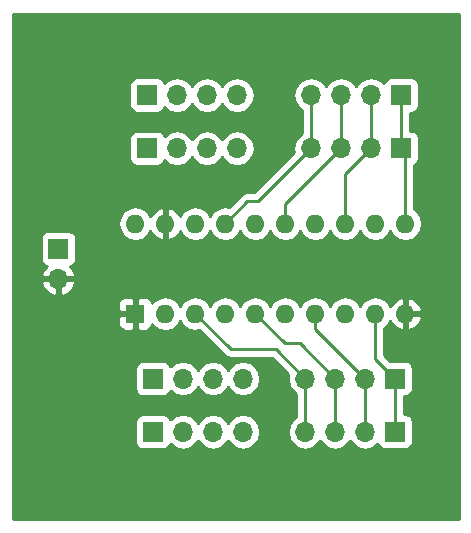
<source format=gbr>
G04 #@! TF.FileFunction,Copper,L2,Bot,Signal*
%FSLAX46Y46*%
G04 Gerber Fmt 4.6, Leading zero omitted, Abs format (unit mm)*
G04 Created by KiCad (PCBNEW 4.0.5) date Saturday, June 17, 2017 'PMt' 05:29:07 PM*
%MOMM*%
%LPD*%
G01*
G04 APERTURE LIST*
%ADD10C,0.100000*%
%ADD11R,1.600000X1.600000*%
%ADD12O,1.600000X1.600000*%
%ADD13R,1.700000X1.700000*%
%ADD14O,1.700000X1.700000*%
%ADD15C,0.254000*%
G04 APERTURE END LIST*
D10*
D11*
X110500000Y-103500000D03*
D12*
X133360000Y-95880000D03*
X113040000Y-103500000D03*
X130820000Y-95880000D03*
X115580000Y-103500000D03*
X128280000Y-95880000D03*
X118120000Y-103500000D03*
X125740000Y-95880000D03*
X120660000Y-103500000D03*
X123200000Y-95880000D03*
X123200000Y-103500000D03*
X120660000Y-95880000D03*
X125740000Y-103500000D03*
X118120000Y-95880000D03*
X128280000Y-103500000D03*
X115580000Y-95880000D03*
X130820000Y-103500000D03*
X113040000Y-95880000D03*
X133360000Y-103500000D03*
X110500000Y-95880000D03*
D13*
X104000000Y-98000000D03*
D14*
X104000000Y-100540000D03*
D13*
X111500000Y-89500000D03*
D14*
X114040000Y-89500000D03*
X116580000Y-89500000D03*
X119120000Y-89500000D03*
D13*
X132500000Y-109000000D03*
D14*
X129960000Y-109000000D03*
X127420000Y-109000000D03*
X124880000Y-109000000D03*
D13*
X111500000Y-85000000D03*
D14*
X114040000Y-85000000D03*
X116580000Y-85000000D03*
X119120000Y-85000000D03*
D13*
X132500000Y-113500000D03*
D14*
X129960000Y-113500000D03*
X127420000Y-113500000D03*
X124880000Y-113500000D03*
D13*
X112000000Y-109000000D03*
D14*
X114540000Y-109000000D03*
X117080000Y-109000000D03*
X119620000Y-109000000D03*
D13*
X133000000Y-89500000D03*
D14*
X130460000Y-89500000D03*
X127920000Y-89500000D03*
X125380000Y-89500000D03*
D13*
X112000000Y-113500000D03*
D14*
X114540000Y-113500000D03*
X117080000Y-113500000D03*
X119620000Y-113500000D03*
D13*
X133000000Y-85000000D03*
D14*
X130460000Y-85000000D03*
X127920000Y-85000000D03*
X125380000Y-85000000D03*
D15*
X133000000Y-85000000D02*
X133000000Y-89500000D01*
X133000000Y-89500000D02*
X133360000Y-89860000D01*
X133360000Y-89860000D02*
X133360000Y-95880000D01*
X130460000Y-85000000D02*
X130460000Y-89500000D01*
X130460000Y-89500000D02*
X128280000Y-91680000D01*
X128280000Y-91680000D02*
X128280000Y-95880000D01*
X127920000Y-85000000D02*
X127920000Y-89500000D01*
X127920000Y-89500000D02*
X123200000Y-94220000D01*
X123200000Y-94220000D02*
X123200000Y-95880000D01*
X125380000Y-85000000D02*
X125380000Y-89500000D01*
X125380000Y-89500000D02*
X120880000Y-94000000D01*
X120880000Y-94000000D02*
X120000000Y-94000000D01*
X120000000Y-94000000D02*
X118120000Y-95880000D01*
X132500000Y-113500000D02*
X132500000Y-109000000D01*
X132500000Y-109000000D02*
X130820000Y-107320000D01*
X130820000Y-107320000D02*
X130820000Y-103500000D01*
X129960000Y-113500000D02*
X129960000Y-109000000D01*
X129960000Y-109000000D02*
X125740000Y-104780000D01*
X125740000Y-104780000D02*
X125740000Y-103500000D01*
X127420000Y-113500000D02*
X127420000Y-109000000D01*
X127420000Y-109000000D02*
X124420000Y-106000000D01*
X124420000Y-106000000D02*
X123160000Y-106000000D01*
X123160000Y-106000000D02*
X120660000Y-103500000D01*
X124880000Y-113500000D02*
X124880000Y-109000000D01*
X124880000Y-109000000D02*
X122380000Y-106500000D01*
X122380000Y-106500000D02*
X118580000Y-106500000D01*
X118580000Y-106500000D02*
X115580000Y-103500000D01*
G36*
X137873000Y-120873000D02*
X100127000Y-120873000D01*
X100127000Y-112650000D01*
X110502560Y-112650000D01*
X110502560Y-114350000D01*
X110546838Y-114585317D01*
X110685910Y-114801441D01*
X110898110Y-114946431D01*
X111150000Y-114997440D01*
X112850000Y-114997440D01*
X113085317Y-114953162D01*
X113301441Y-114814090D01*
X113446431Y-114601890D01*
X113460086Y-114534459D01*
X113489946Y-114579147D01*
X113971715Y-114901054D01*
X114540000Y-115014093D01*
X115108285Y-114901054D01*
X115590054Y-114579147D01*
X115810000Y-114249974D01*
X116029946Y-114579147D01*
X116511715Y-114901054D01*
X117080000Y-115014093D01*
X117648285Y-114901054D01*
X118130054Y-114579147D01*
X118350000Y-114249974D01*
X118569946Y-114579147D01*
X119051715Y-114901054D01*
X119620000Y-115014093D01*
X120188285Y-114901054D01*
X120670054Y-114579147D01*
X120991961Y-114097378D01*
X121105000Y-113529093D01*
X121105000Y-113470907D01*
X120991961Y-112902622D01*
X120670054Y-112420853D01*
X120188285Y-112098946D01*
X119620000Y-111985907D01*
X119051715Y-112098946D01*
X118569946Y-112420853D01*
X118350000Y-112750026D01*
X118130054Y-112420853D01*
X117648285Y-112098946D01*
X117080000Y-111985907D01*
X116511715Y-112098946D01*
X116029946Y-112420853D01*
X115810000Y-112750026D01*
X115590054Y-112420853D01*
X115108285Y-112098946D01*
X114540000Y-111985907D01*
X113971715Y-112098946D01*
X113489946Y-112420853D01*
X113462150Y-112462452D01*
X113453162Y-112414683D01*
X113314090Y-112198559D01*
X113101890Y-112053569D01*
X112850000Y-112002560D01*
X111150000Y-112002560D01*
X110914683Y-112046838D01*
X110698559Y-112185910D01*
X110553569Y-112398110D01*
X110502560Y-112650000D01*
X100127000Y-112650000D01*
X100127000Y-108150000D01*
X110502560Y-108150000D01*
X110502560Y-109850000D01*
X110546838Y-110085317D01*
X110685910Y-110301441D01*
X110898110Y-110446431D01*
X111150000Y-110497440D01*
X112850000Y-110497440D01*
X113085317Y-110453162D01*
X113301441Y-110314090D01*
X113446431Y-110101890D01*
X113460086Y-110034459D01*
X113489946Y-110079147D01*
X113971715Y-110401054D01*
X114540000Y-110514093D01*
X115108285Y-110401054D01*
X115590054Y-110079147D01*
X115810000Y-109749974D01*
X116029946Y-110079147D01*
X116511715Y-110401054D01*
X117080000Y-110514093D01*
X117648285Y-110401054D01*
X118130054Y-110079147D01*
X118350000Y-109749974D01*
X118569946Y-110079147D01*
X119051715Y-110401054D01*
X119620000Y-110514093D01*
X120188285Y-110401054D01*
X120670054Y-110079147D01*
X120991961Y-109597378D01*
X121105000Y-109029093D01*
X121105000Y-108970907D01*
X120991961Y-108402622D01*
X120670054Y-107920853D01*
X120188285Y-107598946D01*
X119620000Y-107485907D01*
X119051715Y-107598946D01*
X118569946Y-107920853D01*
X118350000Y-108250026D01*
X118130054Y-107920853D01*
X117648285Y-107598946D01*
X117080000Y-107485907D01*
X116511715Y-107598946D01*
X116029946Y-107920853D01*
X115810000Y-108250026D01*
X115590054Y-107920853D01*
X115108285Y-107598946D01*
X114540000Y-107485907D01*
X113971715Y-107598946D01*
X113489946Y-107920853D01*
X113462150Y-107962452D01*
X113453162Y-107914683D01*
X113314090Y-107698559D01*
X113101890Y-107553569D01*
X112850000Y-107502560D01*
X111150000Y-107502560D01*
X110914683Y-107546838D01*
X110698559Y-107685910D01*
X110553569Y-107898110D01*
X110502560Y-108150000D01*
X100127000Y-108150000D01*
X100127000Y-103785750D01*
X109065000Y-103785750D01*
X109065000Y-104426309D01*
X109161673Y-104659698D01*
X109340301Y-104838327D01*
X109573690Y-104935000D01*
X110214250Y-104935000D01*
X110373000Y-104776250D01*
X110373000Y-103627000D01*
X109223750Y-103627000D01*
X109065000Y-103785750D01*
X100127000Y-103785750D01*
X100127000Y-102573691D01*
X109065000Y-102573691D01*
X109065000Y-103214250D01*
X109223750Y-103373000D01*
X110373000Y-103373000D01*
X110373000Y-102223750D01*
X110627000Y-102223750D01*
X110627000Y-103373000D01*
X110647000Y-103373000D01*
X110647000Y-103627000D01*
X110627000Y-103627000D01*
X110627000Y-104776250D01*
X110785750Y-104935000D01*
X111426310Y-104935000D01*
X111659699Y-104838327D01*
X111838327Y-104659698D01*
X111935000Y-104426309D01*
X111935000Y-104407665D01*
X112025302Y-104542811D01*
X112490849Y-104853880D01*
X113040000Y-104963113D01*
X113589151Y-104853880D01*
X114054698Y-104542811D01*
X114310000Y-104160725D01*
X114565302Y-104542811D01*
X115030849Y-104853880D01*
X115580000Y-104963113D01*
X115901527Y-104899157D01*
X118041185Y-107038816D01*
X118189377Y-107137834D01*
X118288395Y-107203996D01*
X118580000Y-107262000D01*
X122064370Y-107262000D01*
X123457760Y-108655390D01*
X123395000Y-108970907D01*
X123395000Y-109029093D01*
X123508039Y-109597378D01*
X123829946Y-110079147D01*
X124118000Y-110271618D01*
X124118000Y-112228382D01*
X123829946Y-112420853D01*
X123508039Y-112902622D01*
X123395000Y-113470907D01*
X123395000Y-113529093D01*
X123508039Y-114097378D01*
X123829946Y-114579147D01*
X124311715Y-114901054D01*
X124880000Y-115014093D01*
X125448285Y-114901054D01*
X125930054Y-114579147D01*
X126150000Y-114249974D01*
X126369946Y-114579147D01*
X126851715Y-114901054D01*
X127420000Y-115014093D01*
X127988285Y-114901054D01*
X128470054Y-114579147D01*
X128690000Y-114249974D01*
X128909946Y-114579147D01*
X129391715Y-114901054D01*
X129960000Y-115014093D01*
X130528285Y-114901054D01*
X131010054Y-114579147D01*
X131037850Y-114537548D01*
X131046838Y-114585317D01*
X131185910Y-114801441D01*
X131398110Y-114946431D01*
X131650000Y-114997440D01*
X133350000Y-114997440D01*
X133585317Y-114953162D01*
X133801441Y-114814090D01*
X133946431Y-114601890D01*
X133997440Y-114350000D01*
X133997440Y-112650000D01*
X133953162Y-112414683D01*
X133814090Y-112198559D01*
X133601890Y-112053569D01*
X133350000Y-112002560D01*
X133262000Y-112002560D01*
X133262000Y-110497440D01*
X133350000Y-110497440D01*
X133585317Y-110453162D01*
X133801441Y-110314090D01*
X133946431Y-110101890D01*
X133997440Y-109850000D01*
X133997440Y-108150000D01*
X133953162Y-107914683D01*
X133814090Y-107698559D01*
X133601890Y-107553569D01*
X133350000Y-107502560D01*
X132080190Y-107502560D01*
X131582000Y-107004370D01*
X131582000Y-104711659D01*
X131834698Y-104542811D01*
X132104986Y-104138297D01*
X132207611Y-104355134D01*
X132622577Y-104731041D01*
X133010961Y-104891904D01*
X133233000Y-104769915D01*
X133233000Y-103627000D01*
X133487000Y-103627000D01*
X133487000Y-104769915D01*
X133709039Y-104891904D01*
X134097423Y-104731041D01*
X134512389Y-104355134D01*
X134751914Y-103849041D01*
X134630629Y-103627000D01*
X133487000Y-103627000D01*
X133233000Y-103627000D01*
X133213000Y-103627000D01*
X133213000Y-103373000D01*
X133233000Y-103373000D01*
X133233000Y-102230085D01*
X133487000Y-102230085D01*
X133487000Y-103373000D01*
X134630629Y-103373000D01*
X134751914Y-103150959D01*
X134512389Y-102644866D01*
X134097423Y-102268959D01*
X133709039Y-102108096D01*
X133487000Y-102230085D01*
X133233000Y-102230085D01*
X133010961Y-102108096D01*
X132622577Y-102268959D01*
X132207611Y-102644866D01*
X132104986Y-102861703D01*
X131834698Y-102457189D01*
X131369151Y-102146120D01*
X130820000Y-102036887D01*
X130270849Y-102146120D01*
X129805302Y-102457189D01*
X129550000Y-102839275D01*
X129294698Y-102457189D01*
X128829151Y-102146120D01*
X128280000Y-102036887D01*
X127730849Y-102146120D01*
X127265302Y-102457189D01*
X127010000Y-102839275D01*
X126754698Y-102457189D01*
X126289151Y-102146120D01*
X125740000Y-102036887D01*
X125190849Y-102146120D01*
X124725302Y-102457189D01*
X124470000Y-102839275D01*
X124214698Y-102457189D01*
X123749151Y-102146120D01*
X123200000Y-102036887D01*
X122650849Y-102146120D01*
X122185302Y-102457189D01*
X121930000Y-102839275D01*
X121674698Y-102457189D01*
X121209151Y-102146120D01*
X120660000Y-102036887D01*
X120110849Y-102146120D01*
X119645302Y-102457189D01*
X119390000Y-102839275D01*
X119134698Y-102457189D01*
X118669151Y-102146120D01*
X118120000Y-102036887D01*
X117570849Y-102146120D01*
X117105302Y-102457189D01*
X116850000Y-102839275D01*
X116594698Y-102457189D01*
X116129151Y-102146120D01*
X115580000Y-102036887D01*
X115030849Y-102146120D01*
X114565302Y-102457189D01*
X114310000Y-102839275D01*
X114054698Y-102457189D01*
X113589151Y-102146120D01*
X113040000Y-102036887D01*
X112490849Y-102146120D01*
X112025302Y-102457189D01*
X111935000Y-102592335D01*
X111935000Y-102573691D01*
X111838327Y-102340302D01*
X111659699Y-102161673D01*
X111426310Y-102065000D01*
X110785750Y-102065000D01*
X110627000Y-102223750D01*
X110373000Y-102223750D01*
X110214250Y-102065000D01*
X109573690Y-102065000D01*
X109340301Y-102161673D01*
X109161673Y-102340302D01*
X109065000Y-102573691D01*
X100127000Y-102573691D01*
X100127000Y-100896890D01*
X102558524Y-100896890D01*
X102728355Y-101306924D01*
X103118642Y-101735183D01*
X103643108Y-101981486D01*
X103873000Y-101860819D01*
X103873000Y-100667000D01*
X104127000Y-100667000D01*
X104127000Y-101860819D01*
X104356892Y-101981486D01*
X104881358Y-101735183D01*
X105271645Y-101306924D01*
X105441476Y-100896890D01*
X105320155Y-100667000D01*
X104127000Y-100667000D01*
X103873000Y-100667000D01*
X102679845Y-100667000D01*
X102558524Y-100896890D01*
X100127000Y-100896890D01*
X100127000Y-97150000D01*
X102502560Y-97150000D01*
X102502560Y-98850000D01*
X102546838Y-99085317D01*
X102685910Y-99301441D01*
X102898110Y-99446431D01*
X103006107Y-99468301D01*
X102728355Y-99773076D01*
X102558524Y-100183110D01*
X102679845Y-100413000D01*
X103873000Y-100413000D01*
X103873000Y-100393000D01*
X104127000Y-100393000D01*
X104127000Y-100413000D01*
X105320155Y-100413000D01*
X105441476Y-100183110D01*
X105271645Y-99773076D01*
X104995499Y-99470063D01*
X105085317Y-99453162D01*
X105301441Y-99314090D01*
X105446431Y-99101890D01*
X105497440Y-98850000D01*
X105497440Y-97150000D01*
X105453162Y-96914683D01*
X105314090Y-96698559D01*
X105101890Y-96553569D01*
X104850000Y-96502560D01*
X103150000Y-96502560D01*
X102914683Y-96546838D01*
X102698559Y-96685910D01*
X102553569Y-96898110D01*
X102502560Y-97150000D01*
X100127000Y-97150000D01*
X100127000Y-95851887D01*
X109065000Y-95851887D01*
X109065000Y-95908113D01*
X109174233Y-96457264D01*
X109485302Y-96922811D01*
X109950849Y-97233880D01*
X110500000Y-97343113D01*
X111049151Y-97233880D01*
X111514698Y-96922811D01*
X111784986Y-96518297D01*
X111887611Y-96735134D01*
X112302577Y-97111041D01*
X112690961Y-97271904D01*
X112913000Y-97149915D01*
X112913000Y-96007000D01*
X112893000Y-96007000D01*
X112893000Y-95753000D01*
X112913000Y-95753000D01*
X112913000Y-94610085D01*
X113167000Y-94610085D01*
X113167000Y-95753000D01*
X113187000Y-95753000D01*
X113187000Y-96007000D01*
X113167000Y-96007000D01*
X113167000Y-97149915D01*
X113389039Y-97271904D01*
X113777423Y-97111041D01*
X114192389Y-96735134D01*
X114295014Y-96518297D01*
X114565302Y-96922811D01*
X115030849Y-97233880D01*
X115580000Y-97343113D01*
X116129151Y-97233880D01*
X116594698Y-96922811D01*
X116850000Y-96540725D01*
X117105302Y-96922811D01*
X117570849Y-97233880D01*
X118120000Y-97343113D01*
X118669151Y-97233880D01*
X119134698Y-96922811D01*
X119390000Y-96540725D01*
X119645302Y-96922811D01*
X120110849Y-97233880D01*
X120660000Y-97343113D01*
X121209151Y-97233880D01*
X121674698Y-96922811D01*
X121930000Y-96540725D01*
X122185302Y-96922811D01*
X122650849Y-97233880D01*
X123200000Y-97343113D01*
X123749151Y-97233880D01*
X124214698Y-96922811D01*
X124470000Y-96540725D01*
X124725302Y-96922811D01*
X125190849Y-97233880D01*
X125740000Y-97343113D01*
X126289151Y-97233880D01*
X126754698Y-96922811D01*
X127010000Y-96540725D01*
X127265302Y-96922811D01*
X127730849Y-97233880D01*
X128280000Y-97343113D01*
X128829151Y-97233880D01*
X129294698Y-96922811D01*
X129550000Y-96540725D01*
X129805302Y-96922811D01*
X130270849Y-97233880D01*
X130820000Y-97343113D01*
X131369151Y-97233880D01*
X131834698Y-96922811D01*
X132090000Y-96540725D01*
X132345302Y-96922811D01*
X132810849Y-97233880D01*
X133360000Y-97343113D01*
X133909151Y-97233880D01*
X134374698Y-96922811D01*
X134685767Y-96457264D01*
X134795000Y-95908113D01*
X134795000Y-95851887D01*
X134685767Y-95302736D01*
X134374698Y-94837189D01*
X134122000Y-94668341D01*
X134122000Y-90929557D01*
X134301441Y-90814090D01*
X134446431Y-90601890D01*
X134497440Y-90350000D01*
X134497440Y-88650000D01*
X134453162Y-88414683D01*
X134314090Y-88198559D01*
X134101890Y-88053569D01*
X133850000Y-88002560D01*
X133762000Y-88002560D01*
X133762000Y-86497440D01*
X133850000Y-86497440D01*
X134085317Y-86453162D01*
X134301441Y-86314090D01*
X134446431Y-86101890D01*
X134497440Y-85850000D01*
X134497440Y-84150000D01*
X134453162Y-83914683D01*
X134314090Y-83698559D01*
X134101890Y-83553569D01*
X133850000Y-83502560D01*
X132150000Y-83502560D01*
X131914683Y-83546838D01*
X131698559Y-83685910D01*
X131553569Y-83898110D01*
X131539914Y-83965541D01*
X131510054Y-83920853D01*
X131028285Y-83598946D01*
X130460000Y-83485907D01*
X129891715Y-83598946D01*
X129409946Y-83920853D01*
X129190000Y-84250026D01*
X128970054Y-83920853D01*
X128488285Y-83598946D01*
X127920000Y-83485907D01*
X127351715Y-83598946D01*
X126869946Y-83920853D01*
X126650000Y-84250026D01*
X126430054Y-83920853D01*
X125948285Y-83598946D01*
X125380000Y-83485907D01*
X124811715Y-83598946D01*
X124329946Y-83920853D01*
X124008039Y-84402622D01*
X123895000Y-84970907D01*
X123895000Y-85029093D01*
X124008039Y-85597378D01*
X124329946Y-86079147D01*
X124618000Y-86271618D01*
X124618000Y-88228382D01*
X124329946Y-88420853D01*
X124008039Y-88902622D01*
X123895000Y-89470907D01*
X123895000Y-89529093D01*
X123957760Y-89844610D01*
X120564370Y-93238000D01*
X120000000Y-93238000D01*
X119708395Y-93296004D01*
X119461184Y-93461185D01*
X118441527Y-94480843D01*
X118120000Y-94416887D01*
X117570849Y-94526120D01*
X117105302Y-94837189D01*
X116850000Y-95219275D01*
X116594698Y-94837189D01*
X116129151Y-94526120D01*
X115580000Y-94416887D01*
X115030849Y-94526120D01*
X114565302Y-94837189D01*
X114295014Y-95241703D01*
X114192389Y-95024866D01*
X113777423Y-94648959D01*
X113389039Y-94488096D01*
X113167000Y-94610085D01*
X112913000Y-94610085D01*
X112690961Y-94488096D01*
X112302577Y-94648959D01*
X111887611Y-95024866D01*
X111784986Y-95241703D01*
X111514698Y-94837189D01*
X111049151Y-94526120D01*
X110500000Y-94416887D01*
X109950849Y-94526120D01*
X109485302Y-94837189D01*
X109174233Y-95302736D01*
X109065000Y-95851887D01*
X100127000Y-95851887D01*
X100127000Y-88650000D01*
X110002560Y-88650000D01*
X110002560Y-90350000D01*
X110046838Y-90585317D01*
X110185910Y-90801441D01*
X110398110Y-90946431D01*
X110650000Y-90997440D01*
X112350000Y-90997440D01*
X112585317Y-90953162D01*
X112801441Y-90814090D01*
X112946431Y-90601890D01*
X112960086Y-90534459D01*
X112989946Y-90579147D01*
X113471715Y-90901054D01*
X114040000Y-91014093D01*
X114608285Y-90901054D01*
X115090054Y-90579147D01*
X115310000Y-90249974D01*
X115529946Y-90579147D01*
X116011715Y-90901054D01*
X116580000Y-91014093D01*
X117148285Y-90901054D01*
X117630054Y-90579147D01*
X117850000Y-90249974D01*
X118069946Y-90579147D01*
X118551715Y-90901054D01*
X119120000Y-91014093D01*
X119688285Y-90901054D01*
X120170054Y-90579147D01*
X120491961Y-90097378D01*
X120605000Y-89529093D01*
X120605000Y-89470907D01*
X120491961Y-88902622D01*
X120170054Y-88420853D01*
X119688285Y-88098946D01*
X119120000Y-87985907D01*
X118551715Y-88098946D01*
X118069946Y-88420853D01*
X117850000Y-88750026D01*
X117630054Y-88420853D01*
X117148285Y-88098946D01*
X116580000Y-87985907D01*
X116011715Y-88098946D01*
X115529946Y-88420853D01*
X115310000Y-88750026D01*
X115090054Y-88420853D01*
X114608285Y-88098946D01*
X114040000Y-87985907D01*
X113471715Y-88098946D01*
X112989946Y-88420853D01*
X112962150Y-88462452D01*
X112953162Y-88414683D01*
X112814090Y-88198559D01*
X112601890Y-88053569D01*
X112350000Y-88002560D01*
X110650000Y-88002560D01*
X110414683Y-88046838D01*
X110198559Y-88185910D01*
X110053569Y-88398110D01*
X110002560Y-88650000D01*
X100127000Y-88650000D01*
X100127000Y-84150000D01*
X110002560Y-84150000D01*
X110002560Y-85850000D01*
X110046838Y-86085317D01*
X110185910Y-86301441D01*
X110398110Y-86446431D01*
X110650000Y-86497440D01*
X112350000Y-86497440D01*
X112585317Y-86453162D01*
X112801441Y-86314090D01*
X112946431Y-86101890D01*
X112960086Y-86034459D01*
X112989946Y-86079147D01*
X113471715Y-86401054D01*
X114040000Y-86514093D01*
X114608285Y-86401054D01*
X115090054Y-86079147D01*
X115310000Y-85749974D01*
X115529946Y-86079147D01*
X116011715Y-86401054D01*
X116580000Y-86514093D01*
X117148285Y-86401054D01*
X117630054Y-86079147D01*
X117850000Y-85749974D01*
X118069946Y-86079147D01*
X118551715Y-86401054D01*
X119120000Y-86514093D01*
X119688285Y-86401054D01*
X120170054Y-86079147D01*
X120491961Y-85597378D01*
X120605000Y-85029093D01*
X120605000Y-84970907D01*
X120491961Y-84402622D01*
X120170054Y-83920853D01*
X119688285Y-83598946D01*
X119120000Y-83485907D01*
X118551715Y-83598946D01*
X118069946Y-83920853D01*
X117850000Y-84250026D01*
X117630054Y-83920853D01*
X117148285Y-83598946D01*
X116580000Y-83485907D01*
X116011715Y-83598946D01*
X115529946Y-83920853D01*
X115310000Y-84250026D01*
X115090054Y-83920853D01*
X114608285Y-83598946D01*
X114040000Y-83485907D01*
X113471715Y-83598946D01*
X112989946Y-83920853D01*
X112962150Y-83962452D01*
X112953162Y-83914683D01*
X112814090Y-83698559D01*
X112601890Y-83553569D01*
X112350000Y-83502560D01*
X110650000Y-83502560D01*
X110414683Y-83546838D01*
X110198559Y-83685910D01*
X110053569Y-83898110D01*
X110002560Y-84150000D01*
X100127000Y-84150000D01*
X100127000Y-78127000D01*
X137873000Y-78127000D01*
X137873000Y-120873000D01*
X137873000Y-120873000D01*
G37*
X137873000Y-120873000D02*
X100127000Y-120873000D01*
X100127000Y-112650000D01*
X110502560Y-112650000D01*
X110502560Y-114350000D01*
X110546838Y-114585317D01*
X110685910Y-114801441D01*
X110898110Y-114946431D01*
X111150000Y-114997440D01*
X112850000Y-114997440D01*
X113085317Y-114953162D01*
X113301441Y-114814090D01*
X113446431Y-114601890D01*
X113460086Y-114534459D01*
X113489946Y-114579147D01*
X113971715Y-114901054D01*
X114540000Y-115014093D01*
X115108285Y-114901054D01*
X115590054Y-114579147D01*
X115810000Y-114249974D01*
X116029946Y-114579147D01*
X116511715Y-114901054D01*
X117080000Y-115014093D01*
X117648285Y-114901054D01*
X118130054Y-114579147D01*
X118350000Y-114249974D01*
X118569946Y-114579147D01*
X119051715Y-114901054D01*
X119620000Y-115014093D01*
X120188285Y-114901054D01*
X120670054Y-114579147D01*
X120991961Y-114097378D01*
X121105000Y-113529093D01*
X121105000Y-113470907D01*
X120991961Y-112902622D01*
X120670054Y-112420853D01*
X120188285Y-112098946D01*
X119620000Y-111985907D01*
X119051715Y-112098946D01*
X118569946Y-112420853D01*
X118350000Y-112750026D01*
X118130054Y-112420853D01*
X117648285Y-112098946D01*
X117080000Y-111985907D01*
X116511715Y-112098946D01*
X116029946Y-112420853D01*
X115810000Y-112750026D01*
X115590054Y-112420853D01*
X115108285Y-112098946D01*
X114540000Y-111985907D01*
X113971715Y-112098946D01*
X113489946Y-112420853D01*
X113462150Y-112462452D01*
X113453162Y-112414683D01*
X113314090Y-112198559D01*
X113101890Y-112053569D01*
X112850000Y-112002560D01*
X111150000Y-112002560D01*
X110914683Y-112046838D01*
X110698559Y-112185910D01*
X110553569Y-112398110D01*
X110502560Y-112650000D01*
X100127000Y-112650000D01*
X100127000Y-108150000D01*
X110502560Y-108150000D01*
X110502560Y-109850000D01*
X110546838Y-110085317D01*
X110685910Y-110301441D01*
X110898110Y-110446431D01*
X111150000Y-110497440D01*
X112850000Y-110497440D01*
X113085317Y-110453162D01*
X113301441Y-110314090D01*
X113446431Y-110101890D01*
X113460086Y-110034459D01*
X113489946Y-110079147D01*
X113971715Y-110401054D01*
X114540000Y-110514093D01*
X115108285Y-110401054D01*
X115590054Y-110079147D01*
X115810000Y-109749974D01*
X116029946Y-110079147D01*
X116511715Y-110401054D01*
X117080000Y-110514093D01*
X117648285Y-110401054D01*
X118130054Y-110079147D01*
X118350000Y-109749974D01*
X118569946Y-110079147D01*
X119051715Y-110401054D01*
X119620000Y-110514093D01*
X120188285Y-110401054D01*
X120670054Y-110079147D01*
X120991961Y-109597378D01*
X121105000Y-109029093D01*
X121105000Y-108970907D01*
X120991961Y-108402622D01*
X120670054Y-107920853D01*
X120188285Y-107598946D01*
X119620000Y-107485907D01*
X119051715Y-107598946D01*
X118569946Y-107920853D01*
X118350000Y-108250026D01*
X118130054Y-107920853D01*
X117648285Y-107598946D01*
X117080000Y-107485907D01*
X116511715Y-107598946D01*
X116029946Y-107920853D01*
X115810000Y-108250026D01*
X115590054Y-107920853D01*
X115108285Y-107598946D01*
X114540000Y-107485907D01*
X113971715Y-107598946D01*
X113489946Y-107920853D01*
X113462150Y-107962452D01*
X113453162Y-107914683D01*
X113314090Y-107698559D01*
X113101890Y-107553569D01*
X112850000Y-107502560D01*
X111150000Y-107502560D01*
X110914683Y-107546838D01*
X110698559Y-107685910D01*
X110553569Y-107898110D01*
X110502560Y-108150000D01*
X100127000Y-108150000D01*
X100127000Y-103785750D01*
X109065000Y-103785750D01*
X109065000Y-104426309D01*
X109161673Y-104659698D01*
X109340301Y-104838327D01*
X109573690Y-104935000D01*
X110214250Y-104935000D01*
X110373000Y-104776250D01*
X110373000Y-103627000D01*
X109223750Y-103627000D01*
X109065000Y-103785750D01*
X100127000Y-103785750D01*
X100127000Y-102573691D01*
X109065000Y-102573691D01*
X109065000Y-103214250D01*
X109223750Y-103373000D01*
X110373000Y-103373000D01*
X110373000Y-102223750D01*
X110627000Y-102223750D01*
X110627000Y-103373000D01*
X110647000Y-103373000D01*
X110647000Y-103627000D01*
X110627000Y-103627000D01*
X110627000Y-104776250D01*
X110785750Y-104935000D01*
X111426310Y-104935000D01*
X111659699Y-104838327D01*
X111838327Y-104659698D01*
X111935000Y-104426309D01*
X111935000Y-104407665D01*
X112025302Y-104542811D01*
X112490849Y-104853880D01*
X113040000Y-104963113D01*
X113589151Y-104853880D01*
X114054698Y-104542811D01*
X114310000Y-104160725D01*
X114565302Y-104542811D01*
X115030849Y-104853880D01*
X115580000Y-104963113D01*
X115901527Y-104899157D01*
X118041185Y-107038816D01*
X118189377Y-107137834D01*
X118288395Y-107203996D01*
X118580000Y-107262000D01*
X122064370Y-107262000D01*
X123457760Y-108655390D01*
X123395000Y-108970907D01*
X123395000Y-109029093D01*
X123508039Y-109597378D01*
X123829946Y-110079147D01*
X124118000Y-110271618D01*
X124118000Y-112228382D01*
X123829946Y-112420853D01*
X123508039Y-112902622D01*
X123395000Y-113470907D01*
X123395000Y-113529093D01*
X123508039Y-114097378D01*
X123829946Y-114579147D01*
X124311715Y-114901054D01*
X124880000Y-115014093D01*
X125448285Y-114901054D01*
X125930054Y-114579147D01*
X126150000Y-114249974D01*
X126369946Y-114579147D01*
X126851715Y-114901054D01*
X127420000Y-115014093D01*
X127988285Y-114901054D01*
X128470054Y-114579147D01*
X128690000Y-114249974D01*
X128909946Y-114579147D01*
X129391715Y-114901054D01*
X129960000Y-115014093D01*
X130528285Y-114901054D01*
X131010054Y-114579147D01*
X131037850Y-114537548D01*
X131046838Y-114585317D01*
X131185910Y-114801441D01*
X131398110Y-114946431D01*
X131650000Y-114997440D01*
X133350000Y-114997440D01*
X133585317Y-114953162D01*
X133801441Y-114814090D01*
X133946431Y-114601890D01*
X133997440Y-114350000D01*
X133997440Y-112650000D01*
X133953162Y-112414683D01*
X133814090Y-112198559D01*
X133601890Y-112053569D01*
X133350000Y-112002560D01*
X133262000Y-112002560D01*
X133262000Y-110497440D01*
X133350000Y-110497440D01*
X133585317Y-110453162D01*
X133801441Y-110314090D01*
X133946431Y-110101890D01*
X133997440Y-109850000D01*
X133997440Y-108150000D01*
X133953162Y-107914683D01*
X133814090Y-107698559D01*
X133601890Y-107553569D01*
X133350000Y-107502560D01*
X132080190Y-107502560D01*
X131582000Y-107004370D01*
X131582000Y-104711659D01*
X131834698Y-104542811D01*
X132104986Y-104138297D01*
X132207611Y-104355134D01*
X132622577Y-104731041D01*
X133010961Y-104891904D01*
X133233000Y-104769915D01*
X133233000Y-103627000D01*
X133487000Y-103627000D01*
X133487000Y-104769915D01*
X133709039Y-104891904D01*
X134097423Y-104731041D01*
X134512389Y-104355134D01*
X134751914Y-103849041D01*
X134630629Y-103627000D01*
X133487000Y-103627000D01*
X133233000Y-103627000D01*
X133213000Y-103627000D01*
X133213000Y-103373000D01*
X133233000Y-103373000D01*
X133233000Y-102230085D01*
X133487000Y-102230085D01*
X133487000Y-103373000D01*
X134630629Y-103373000D01*
X134751914Y-103150959D01*
X134512389Y-102644866D01*
X134097423Y-102268959D01*
X133709039Y-102108096D01*
X133487000Y-102230085D01*
X133233000Y-102230085D01*
X133010961Y-102108096D01*
X132622577Y-102268959D01*
X132207611Y-102644866D01*
X132104986Y-102861703D01*
X131834698Y-102457189D01*
X131369151Y-102146120D01*
X130820000Y-102036887D01*
X130270849Y-102146120D01*
X129805302Y-102457189D01*
X129550000Y-102839275D01*
X129294698Y-102457189D01*
X128829151Y-102146120D01*
X128280000Y-102036887D01*
X127730849Y-102146120D01*
X127265302Y-102457189D01*
X127010000Y-102839275D01*
X126754698Y-102457189D01*
X126289151Y-102146120D01*
X125740000Y-102036887D01*
X125190849Y-102146120D01*
X124725302Y-102457189D01*
X124470000Y-102839275D01*
X124214698Y-102457189D01*
X123749151Y-102146120D01*
X123200000Y-102036887D01*
X122650849Y-102146120D01*
X122185302Y-102457189D01*
X121930000Y-102839275D01*
X121674698Y-102457189D01*
X121209151Y-102146120D01*
X120660000Y-102036887D01*
X120110849Y-102146120D01*
X119645302Y-102457189D01*
X119390000Y-102839275D01*
X119134698Y-102457189D01*
X118669151Y-102146120D01*
X118120000Y-102036887D01*
X117570849Y-102146120D01*
X117105302Y-102457189D01*
X116850000Y-102839275D01*
X116594698Y-102457189D01*
X116129151Y-102146120D01*
X115580000Y-102036887D01*
X115030849Y-102146120D01*
X114565302Y-102457189D01*
X114310000Y-102839275D01*
X114054698Y-102457189D01*
X113589151Y-102146120D01*
X113040000Y-102036887D01*
X112490849Y-102146120D01*
X112025302Y-102457189D01*
X111935000Y-102592335D01*
X111935000Y-102573691D01*
X111838327Y-102340302D01*
X111659699Y-102161673D01*
X111426310Y-102065000D01*
X110785750Y-102065000D01*
X110627000Y-102223750D01*
X110373000Y-102223750D01*
X110214250Y-102065000D01*
X109573690Y-102065000D01*
X109340301Y-102161673D01*
X109161673Y-102340302D01*
X109065000Y-102573691D01*
X100127000Y-102573691D01*
X100127000Y-100896890D01*
X102558524Y-100896890D01*
X102728355Y-101306924D01*
X103118642Y-101735183D01*
X103643108Y-101981486D01*
X103873000Y-101860819D01*
X103873000Y-100667000D01*
X104127000Y-100667000D01*
X104127000Y-101860819D01*
X104356892Y-101981486D01*
X104881358Y-101735183D01*
X105271645Y-101306924D01*
X105441476Y-100896890D01*
X105320155Y-100667000D01*
X104127000Y-100667000D01*
X103873000Y-100667000D01*
X102679845Y-100667000D01*
X102558524Y-100896890D01*
X100127000Y-100896890D01*
X100127000Y-97150000D01*
X102502560Y-97150000D01*
X102502560Y-98850000D01*
X102546838Y-99085317D01*
X102685910Y-99301441D01*
X102898110Y-99446431D01*
X103006107Y-99468301D01*
X102728355Y-99773076D01*
X102558524Y-100183110D01*
X102679845Y-100413000D01*
X103873000Y-100413000D01*
X103873000Y-100393000D01*
X104127000Y-100393000D01*
X104127000Y-100413000D01*
X105320155Y-100413000D01*
X105441476Y-100183110D01*
X105271645Y-99773076D01*
X104995499Y-99470063D01*
X105085317Y-99453162D01*
X105301441Y-99314090D01*
X105446431Y-99101890D01*
X105497440Y-98850000D01*
X105497440Y-97150000D01*
X105453162Y-96914683D01*
X105314090Y-96698559D01*
X105101890Y-96553569D01*
X104850000Y-96502560D01*
X103150000Y-96502560D01*
X102914683Y-96546838D01*
X102698559Y-96685910D01*
X102553569Y-96898110D01*
X102502560Y-97150000D01*
X100127000Y-97150000D01*
X100127000Y-95851887D01*
X109065000Y-95851887D01*
X109065000Y-95908113D01*
X109174233Y-96457264D01*
X109485302Y-96922811D01*
X109950849Y-97233880D01*
X110500000Y-97343113D01*
X111049151Y-97233880D01*
X111514698Y-96922811D01*
X111784986Y-96518297D01*
X111887611Y-96735134D01*
X112302577Y-97111041D01*
X112690961Y-97271904D01*
X112913000Y-97149915D01*
X112913000Y-96007000D01*
X112893000Y-96007000D01*
X112893000Y-95753000D01*
X112913000Y-95753000D01*
X112913000Y-94610085D01*
X113167000Y-94610085D01*
X113167000Y-95753000D01*
X113187000Y-95753000D01*
X113187000Y-96007000D01*
X113167000Y-96007000D01*
X113167000Y-97149915D01*
X113389039Y-97271904D01*
X113777423Y-97111041D01*
X114192389Y-96735134D01*
X114295014Y-96518297D01*
X114565302Y-96922811D01*
X115030849Y-97233880D01*
X115580000Y-97343113D01*
X116129151Y-97233880D01*
X116594698Y-96922811D01*
X116850000Y-96540725D01*
X117105302Y-96922811D01*
X117570849Y-97233880D01*
X118120000Y-97343113D01*
X118669151Y-97233880D01*
X119134698Y-96922811D01*
X119390000Y-96540725D01*
X119645302Y-96922811D01*
X120110849Y-97233880D01*
X120660000Y-97343113D01*
X121209151Y-97233880D01*
X121674698Y-96922811D01*
X121930000Y-96540725D01*
X122185302Y-96922811D01*
X122650849Y-97233880D01*
X123200000Y-97343113D01*
X123749151Y-97233880D01*
X124214698Y-96922811D01*
X124470000Y-96540725D01*
X124725302Y-96922811D01*
X125190849Y-97233880D01*
X125740000Y-97343113D01*
X126289151Y-97233880D01*
X126754698Y-96922811D01*
X127010000Y-96540725D01*
X127265302Y-96922811D01*
X127730849Y-97233880D01*
X128280000Y-97343113D01*
X128829151Y-97233880D01*
X129294698Y-96922811D01*
X129550000Y-96540725D01*
X129805302Y-96922811D01*
X130270849Y-97233880D01*
X130820000Y-97343113D01*
X131369151Y-97233880D01*
X131834698Y-96922811D01*
X132090000Y-96540725D01*
X132345302Y-96922811D01*
X132810849Y-97233880D01*
X133360000Y-97343113D01*
X133909151Y-97233880D01*
X134374698Y-96922811D01*
X134685767Y-96457264D01*
X134795000Y-95908113D01*
X134795000Y-95851887D01*
X134685767Y-95302736D01*
X134374698Y-94837189D01*
X134122000Y-94668341D01*
X134122000Y-90929557D01*
X134301441Y-90814090D01*
X134446431Y-90601890D01*
X134497440Y-90350000D01*
X134497440Y-88650000D01*
X134453162Y-88414683D01*
X134314090Y-88198559D01*
X134101890Y-88053569D01*
X133850000Y-88002560D01*
X133762000Y-88002560D01*
X133762000Y-86497440D01*
X133850000Y-86497440D01*
X134085317Y-86453162D01*
X134301441Y-86314090D01*
X134446431Y-86101890D01*
X134497440Y-85850000D01*
X134497440Y-84150000D01*
X134453162Y-83914683D01*
X134314090Y-83698559D01*
X134101890Y-83553569D01*
X133850000Y-83502560D01*
X132150000Y-83502560D01*
X131914683Y-83546838D01*
X131698559Y-83685910D01*
X131553569Y-83898110D01*
X131539914Y-83965541D01*
X131510054Y-83920853D01*
X131028285Y-83598946D01*
X130460000Y-83485907D01*
X129891715Y-83598946D01*
X129409946Y-83920853D01*
X129190000Y-84250026D01*
X128970054Y-83920853D01*
X128488285Y-83598946D01*
X127920000Y-83485907D01*
X127351715Y-83598946D01*
X126869946Y-83920853D01*
X126650000Y-84250026D01*
X126430054Y-83920853D01*
X125948285Y-83598946D01*
X125380000Y-83485907D01*
X124811715Y-83598946D01*
X124329946Y-83920853D01*
X124008039Y-84402622D01*
X123895000Y-84970907D01*
X123895000Y-85029093D01*
X124008039Y-85597378D01*
X124329946Y-86079147D01*
X124618000Y-86271618D01*
X124618000Y-88228382D01*
X124329946Y-88420853D01*
X124008039Y-88902622D01*
X123895000Y-89470907D01*
X123895000Y-89529093D01*
X123957760Y-89844610D01*
X120564370Y-93238000D01*
X120000000Y-93238000D01*
X119708395Y-93296004D01*
X119461184Y-93461185D01*
X118441527Y-94480843D01*
X118120000Y-94416887D01*
X117570849Y-94526120D01*
X117105302Y-94837189D01*
X116850000Y-95219275D01*
X116594698Y-94837189D01*
X116129151Y-94526120D01*
X115580000Y-94416887D01*
X115030849Y-94526120D01*
X114565302Y-94837189D01*
X114295014Y-95241703D01*
X114192389Y-95024866D01*
X113777423Y-94648959D01*
X113389039Y-94488096D01*
X113167000Y-94610085D01*
X112913000Y-94610085D01*
X112690961Y-94488096D01*
X112302577Y-94648959D01*
X111887611Y-95024866D01*
X111784986Y-95241703D01*
X111514698Y-94837189D01*
X111049151Y-94526120D01*
X110500000Y-94416887D01*
X109950849Y-94526120D01*
X109485302Y-94837189D01*
X109174233Y-95302736D01*
X109065000Y-95851887D01*
X100127000Y-95851887D01*
X100127000Y-88650000D01*
X110002560Y-88650000D01*
X110002560Y-90350000D01*
X110046838Y-90585317D01*
X110185910Y-90801441D01*
X110398110Y-90946431D01*
X110650000Y-90997440D01*
X112350000Y-90997440D01*
X112585317Y-90953162D01*
X112801441Y-90814090D01*
X112946431Y-90601890D01*
X112960086Y-90534459D01*
X112989946Y-90579147D01*
X113471715Y-90901054D01*
X114040000Y-91014093D01*
X114608285Y-90901054D01*
X115090054Y-90579147D01*
X115310000Y-90249974D01*
X115529946Y-90579147D01*
X116011715Y-90901054D01*
X116580000Y-91014093D01*
X117148285Y-90901054D01*
X117630054Y-90579147D01*
X117850000Y-90249974D01*
X118069946Y-90579147D01*
X118551715Y-90901054D01*
X119120000Y-91014093D01*
X119688285Y-90901054D01*
X120170054Y-90579147D01*
X120491961Y-90097378D01*
X120605000Y-89529093D01*
X120605000Y-89470907D01*
X120491961Y-88902622D01*
X120170054Y-88420853D01*
X119688285Y-88098946D01*
X119120000Y-87985907D01*
X118551715Y-88098946D01*
X118069946Y-88420853D01*
X117850000Y-88750026D01*
X117630054Y-88420853D01*
X117148285Y-88098946D01*
X116580000Y-87985907D01*
X116011715Y-88098946D01*
X115529946Y-88420853D01*
X115310000Y-88750026D01*
X115090054Y-88420853D01*
X114608285Y-88098946D01*
X114040000Y-87985907D01*
X113471715Y-88098946D01*
X112989946Y-88420853D01*
X112962150Y-88462452D01*
X112953162Y-88414683D01*
X112814090Y-88198559D01*
X112601890Y-88053569D01*
X112350000Y-88002560D01*
X110650000Y-88002560D01*
X110414683Y-88046838D01*
X110198559Y-88185910D01*
X110053569Y-88398110D01*
X110002560Y-88650000D01*
X100127000Y-88650000D01*
X100127000Y-84150000D01*
X110002560Y-84150000D01*
X110002560Y-85850000D01*
X110046838Y-86085317D01*
X110185910Y-86301441D01*
X110398110Y-86446431D01*
X110650000Y-86497440D01*
X112350000Y-86497440D01*
X112585317Y-86453162D01*
X112801441Y-86314090D01*
X112946431Y-86101890D01*
X112960086Y-86034459D01*
X112989946Y-86079147D01*
X113471715Y-86401054D01*
X114040000Y-86514093D01*
X114608285Y-86401054D01*
X115090054Y-86079147D01*
X115310000Y-85749974D01*
X115529946Y-86079147D01*
X116011715Y-86401054D01*
X116580000Y-86514093D01*
X117148285Y-86401054D01*
X117630054Y-86079147D01*
X117850000Y-85749974D01*
X118069946Y-86079147D01*
X118551715Y-86401054D01*
X119120000Y-86514093D01*
X119688285Y-86401054D01*
X120170054Y-86079147D01*
X120491961Y-85597378D01*
X120605000Y-85029093D01*
X120605000Y-84970907D01*
X120491961Y-84402622D01*
X120170054Y-83920853D01*
X119688285Y-83598946D01*
X119120000Y-83485907D01*
X118551715Y-83598946D01*
X118069946Y-83920853D01*
X117850000Y-84250026D01*
X117630054Y-83920853D01*
X117148285Y-83598946D01*
X116580000Y-83485907D01*
X116011715Y-83598946D01*
X115529946Y-83920853D01*
X115310000Y-84250026D01*
X115090054Y-83920853D01*
X114608285Y-83598946D01*
X114040000Y-83485907D01*
X113471715Y-83598946D01*
X112989946Y-83920853D01*
X112962150Y-83962452D01*
X112953162Y-83914683D01*
X112814090Y-83698559D01*
X112601890Y-83553569D01*
X112350000Y-83502560D01*
X110650000Y-83502560D01*
X110414683Y-83546838D01*
X110198559Y-83685910D01*
X110053569Y-83898110D01*
X110002560Y-84150000D01*
X100127000Y-84150000D01*
X100127000Y-78127000D01*
X137873000Y-78127000D01*
X137873000Y-120873000D01*
M02*

</source>
